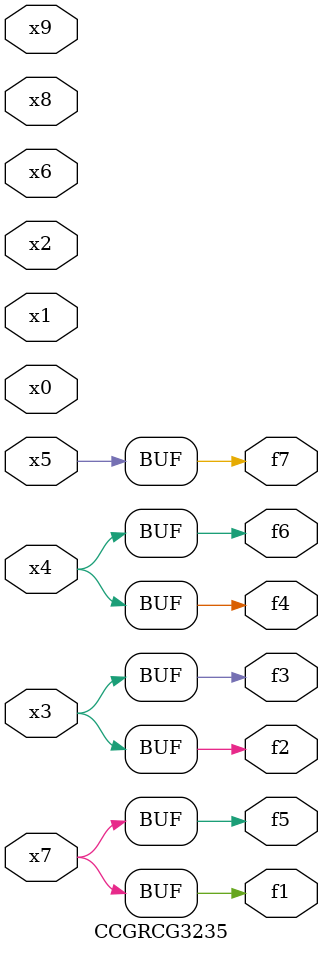
<source format=v>
module CCGRCG3235(
	input x0, x1, x2, x3, x4, x5, x6, x7, x8, x9,
	output f1, f2, f3, f4, f5, f6, f7
);
	assign f1 = x7;
	assign f2 = x3;
	assign f3 = x3;
	assign f4 = x4;
	assign f5 = x7;
	assign f6 = x4;
	assign f7 = x5;
endmodule

</source>
